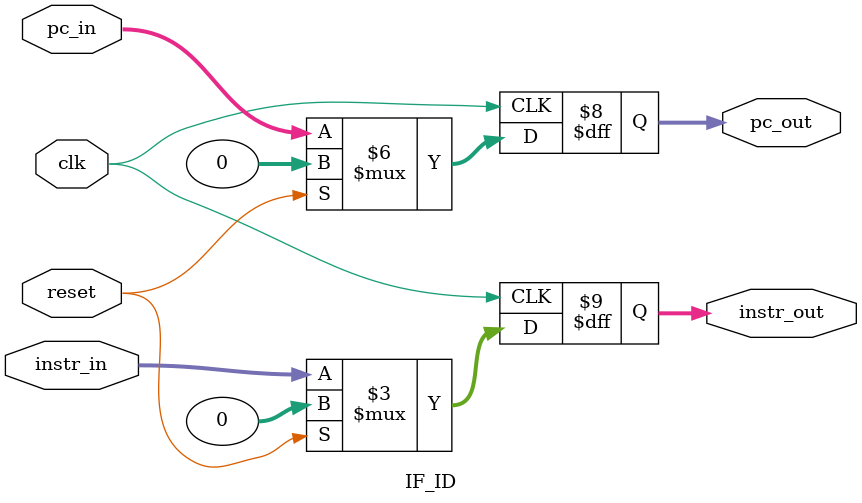
<source format=v>
module IF_ID(
    input clk,
    input reset,
    input [31:0] pc_in,
    input [31:0] instr_in,
    output reg [31:0] pc_out,
    output reg [31:0] instr_out
);
    always @(posedge clk) begin
        if(reset) begin
            pc_out    <= 32'd0;
            instr_out <= 32'd0;
        end else begin
            pc_out    <= pc_in;
            instr_out <= instr_in;
        end
    end
endmodule

</source>
